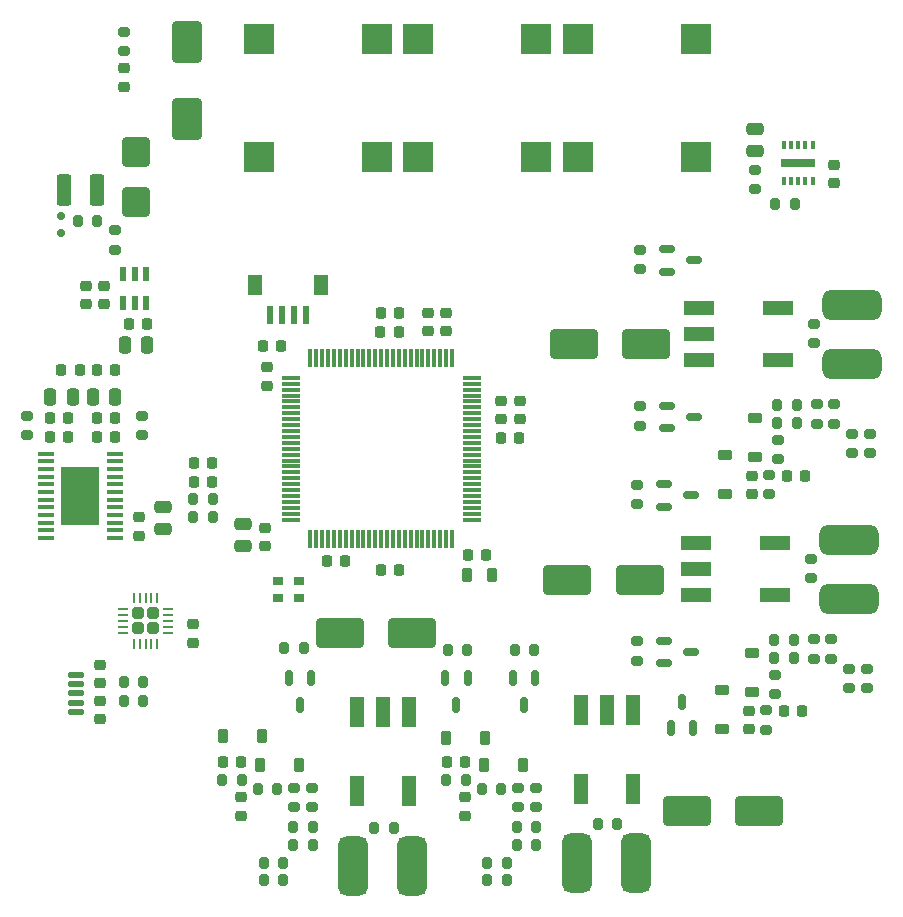
<source format=gbr>
%TF.GenerationSoftware,KiCad,Pcbnew,8.0.3*%
%TF.CreationDate,2024-09-23T16:56:09+02:00*%
%TF.ProjectId,USAN_r0,5553414e-5f72-4302-9e6b-696361645f70,rev?*%
%TF.SameCoordinates,Original*%
%TF.FileFunction,Paste,Top*%
%TF.FilePolarity,Positive*%
%FSLAX46Y46*%
G04 Gerber Fmt 4.6, Leading zero omitted, Abs format (unit mm)*
G04 Created by KiCad (PCBNEW 8.0.3) date 2024-09-23 16:56:09*
%MOMM*%
%LPD*%
G01*
G04 APERTURE LIST*
G04 Aperture macros list*
%AMRoundRect*
0 Rectangle with rounded corners*
0 $1 Rounding radius*
0 $2 $3 $4 $5 $6 $7 $8 $9 X,Y pos of 4 corners*
0 Add a 4 corners polygon primitive as box body*
4,1,4,$2,$3,$4,$5,$6,$7,$8,$9,$2,$3,0*
0 Add four circle primitives for the rounded corners*
1,1,$1+$1,$2,$3*
1,1,$1+$1,$4,$5*
1,1,$1+$1,$6,$7*
1,1,$1+$1,$8,$9*
0 Add four rect primitives between the rounded corners*
20,1,$1+$1,$2,$3,$4,$5,0*
20,1,$1+$1,$4,$5,$6,$7,0*
20,1,$1+$1,$6,$7,$8,$9,0*
20,1,$1+$1,$8,$9,$2,$3,0*%
G04 Aperture macros list end*
%ADD10R,2.500000X2.500000*%
%ADD11R,0.400000X0.700000*%
%ADD12R,3.000000X0.800000*%
%ADD13RoundRect,0.225000X0.225000X0.250000X-0.225000X0.250000X-0.225000X-0.250000X0.225000X-0.250000X0*%
%ADD14RoundRect,0.150000X0.200000X-0.150000X0.200000X0.150000X-0.200000X0.150000X-0.200000X-0.150000X0*%
%ADD15RoundRect,0.150000X-0.150000X0.512500X-0.150000X-0.512500X0.150000X-0.512500X0.150000X0.512500X0*%
%ADD16RoundRect,0.200000X0.275000X-0.200000X0.275000X0.200000X-0.275000X0.200000X-0.275000X-0.200000X0*%
%ADD17RoundRect,0.200000X-0.200000X-0.275000X0.200000X-0.275000X0.200000X0.275000X-0.200000X0.275000X0*%
%ADD18RoundRect,0.225000X-0.225000X-0.250000X0.225000X-0.250000X0.225000X0.250000X-0.225000X0.250000X0*%
%ADD19RoundRect,0.225000X-0.250000X0.225000X-0.250000X-0.225000X0.250000X-0.225000X0.250000X0.225000X0*%
%ADD20RoundRect,0.200000X-0.275000X0.200000X-0.275000X-0.200000X0.275000X-0.200000X0.275000X0.200000X0*%
%ADD21R,1.200000X2.500000*%
%ADD22RoundRect,0.218750X-0.256250X0.218750X-0.256250X-0.218750X0.256250X-0.218750X0.256250X0.218750X0*%
%ADD23RoundRect,0.250000X-0.475000X0.250000X-0.475000X-0.250000X0.475000X-0.250000X0.475000X0.250000X0*%
%ADD24RoundRect,0.225000X-0.225000X-0.375000X0.225000X-0.375000X0.225000X0.375000X-0.225000X0.375000X0*%
%ADD25RoundRect,0.625000X-1.875000X0.625000X-1.875000X-0.625000X1.875000X-0.625000X1.875000X0.625000X0*%
%ADD26R,2.500000X1.200000*%
%ADD27RoundRect,0.225000X0.250000X-0.225000X0.250000X0.225000X-0.250000X0.225000X-0.250000X-0.225000X0*%
%ADD28RoundRect,0.250000X1.750000X1.000000X-1.750000X1.000000X-1.750000X-1.000000X1.750000X-1.000000X0*%
%ADD29RoundRect,0.250000X-1.750000X-1.000000X1.750000X-1.000000X1.750000X1.000000X-1.750000X1.000000X0*%
%ADD30RoundRect,0.218750X-0.218750X-0.256250X0.218750X-0.256250X0.218750X0.256250X-0.218750X0.256250X0*%
%ADD31RoundRect,0.150000X-0.512500X-0.150000X0.512500X-0.150000X0.512500X0.150000X-0.512500X0.150000X0*%
%ADD32RoundRect,0.200000X0.200000X0.275000X-0.200000X0.275000X-0.200000X-0.275000X0.200000X-0.275000X0*%
%ADD33RoundRect,0.225000X0.375000X-0.225000X0.375000X0.225000X-0.375000X0.225000X-0.375000X-0.225000X0*%
%ADD34RoundRect,0.218750X0.218750X0.381250X-0.218750X0.381250X-0.218750X-0.381250X0.218750X-0.381250X0*%
%ADD35RoundRect,0.125000X-0.575000X0.125000X-0.575000X-0.125000X0.575000X-0.125000X0.575000X0.125000X0*%
%ADD36RoundRect,0.250000X-1.000000X1.500000X-1.000000X-1.500000X1.000000X-1.500000X1.000000X1.500000X0*%
%ADD37RoundRect,0.250000X0.250000X0.475000X-0.250000X0.475000X-0.250000X-0.475000X0.250000X-0.475000X0*%
%ADD38R,0.600000X1.200000*%
%ADD39RoundRect,0.625000X0.625000X1.875000X-0.625000X1.875000X-0.625000X-1.875000X0.625000X-1.875000X0*%
%ADD40RoundRect,0.150000X0.150000X-0.512500X0.150000X0.512500X-0.150000X0.512500X-0.150000X-0.512500X0*%
%ADD41RoundRect,0.250000X-0.250000X-0.475000X0.250000X-0.475000X0.250000X0.475000X-0.250000X0.475000X0*%
%ADD42RoundRect,0.250000X0.475000X-0.250000X0.475000X0.250000X-0.475000X0.250000X-0.475000X-0.250000X0*%
%ADD43R,1.475000X0.450000*%
%ADD44R,3.250000X5.020000*%
%ADD45R,0.900000X0.800000*%
%ADD46R,0.600000X1.550000*%
%ADD47R,1.200000X1.800000*%
%ADD48RoundRect,0.250000X-0.255000X-0.255000X0.255000X-0.255000X0.255000X0.255000X-0.255000X0.255000X0*%
%ADD49RoundRect,0.062500X-0.350000X-0.062500X0.350000X-0.062500X0.350000X0.062500X-0.350000X0.062500X0*%
%ADD50RoundRect,0.062500X-0.062500X-0.350000X0.062500X-0.350000X0.062500X0.350000X-0.062500X0.350000X0*%
%ADD51RoundRect,0.250000X-0.900000X1.000000X-0.900000X-1.000000X0.900000X-1.000000X0.900000X1.000000X0*%
%ADD52RoundRect,0.075000X0.075000X-0.725000X0.075000X0.725000X-0.075000X0.725000X-0.075000X-0.725000X0*%
%ADD53RoundRect,0.075000X0.725000X-0.075000X0.725000X0.075000X-0.725000X0.075000X-0.725000X-0.075000X0*%
%ADD54RoundRect,0.250000X-0.375000X-1.075000X0.375000X-1.075000X0.375000X1.075000X-0.375000X1.075000X0*%
G04 APERTURE END LIST*
D10*
%TO.C,V3*%
X98500000Y-52000000D03*
X98500000Y-62000000D03*
X108500000Y-62000000D03*
X108500000Y-52000000D03*
%TD*%
D11*
%TO.C,V_ADJ1*%
X118400000Y-60975000D03*
X117800000Y-60975000D03*
X117200000Y-60975000D03*
X116600000Y-60975000D03*
X116000000Y-60975000D03*
X116000000Y-64025000D03*
X116600000Y-64025000D03*
X117200000Y-64025000D03*
X117800000Y-64025000D03*
X118400000Y-64025000D03*
D12*
X117200000Y-62500000D03*
%TD*%
D13*
%TO.C,C23*%
X62075000Y-76100000D03*
X60525000Y-76100000D03*
%TD*%
D14*
%TO.C,D21*%
X54800000Y-67000000D03*
X54800000Y-68400000D03*
%TD*%
D15*
%TO.C,Q11*%
X94900000Y-106112500D03*
X93000000Y-106112500D03*
X93950000Y-108387500D03*
%TD*%
D16*
%TO.C,R29*%
X114500000Y-110485000D03*
X114500000Y-108835000D03*
%TD*%
D17*
%TO.C,R58*%
X90375001Y-115500000D03*
X92025001Y-115500000D03*
%TD*%
D18*
%TO.C,C19*%
X53800000Y-85700000D03*
X55350000Y-85700000D03*
%TD*%
D19*
%TO.C,C80*%
X72200000Y-79800000D03*
X72200000Y-81350000D03*
%TD*%
D13*
%TO.C,C51*%
X83375000Y-97000000D03*
X81825000Y-97000000D03*
%TD*%
D20*
%TO.C,R62*%
X93450001Y-115425000D03*
X93450001Y-117075000D03*
%TD*%
%TO.C,R32*%
X118250000Y-96010001D03*
X118250000Y-97660001D03*
%TD*%
D16*
%TO.C,R17*%
X121750000Y-87075000D03*
X121750000Y-85425000D03*
%TD*%
D18*
%TO.C,C78*%
X87425001Y-113250000D03*
X88975001Y-113250000D03*
%TD*%
D13*
%TO.C,C84*%
X59375000Y-85700000D03*
X57825000Y-85700000D03*
%TD*%
%TO.C,C32*%
X73400000Y-78000000D03*
X71850000Y-78000000D03*
%TD*%
D16*
%TO.C,R66*%
X60100000Y-53050000D03*
X60100000Y-51400000D03*
%TD*%
D15*
%TO.C,Q7*%
X89200000Y-106112499D03*
X87300000Y-106112499D03*
X88250000Y-108387499D03*
%TD*%
D21*
%TO.C,T3*%
X84250001Y-109000000D03*
X82050001Y-109000000D03*
X79850001Y-109000000D03*
X79850001Y-115700000D03*
X84250001Y-115700000D03*
%TD*%
D18*
%TO.C,C31*%
X92025000Y-85800000D03*
X93575000Y-85800000D03*
%TD*%
D20*
%TO.C,R69*%
X59300000Y-68200000D03*
X59300000Y-69850000D03*
%TD*%
D22*
%TO.C,D20*%
X60100000Y-54500000D03*
X60100000Y-56075000D03*
%TD*%
D16*
%TO.C,R28*%
X123250000Y-87075000D03*
X123250000Y-85425000D03*
%TD*%
D23*
%TO.C,C44*%
X70200000Y-93050000D03*
X70200000Y-94950000D03*
%TD*%
D24*
%TO.C,D14*%
X68450000Y-111000000D03*
X71750000Y-111000000D03*
%TD*%
D16*
%TO.C,R15*%
X118750000Y-84575000D03*
X118750000Y-82925000D03*
%TD*%
D18*
%TO.C,C83*%
X53825000Y-84100000D03*
X55375000Y-84100000D03*
%TD*%
D25*
%TO.C,LS2*%
X121500000Y-94410001D03*
X121500000Y-99410001D03*
%TD*%
D26*
%TO.C,T1*%
X108800000Y-74750000D03*
X108800000Y-76950000D03*
X108800000Y-79150000D03*
X115500000Y-79150000D03*
X115500000Y-74750000D03*
%TD*%
D27*
%TO.C,C29*%
X58062500Y-106575000D03*
X58062500Y-105025000D03*
%TD*%
%TO.C,C79*%
X56900000Y-74475000D03*
X56900000Y-72925000D03*
%TD*%
D17*
%TO.C,R33*%
X115175000Y-102910000D03*
X116825000Y-102910000D03*
%TD*%
D16*
%TO.C,R30*%
X115250000Y-107485000D03*
X115250000Y-105835000D03*
%TD*%
%TO.C,R42*%
X123000000Y-106985000D03*
X123000000Y-105335000D03*
%TD*%
D28*
%TO.C,C48*%
X104300000Y-77800000D03*
X98200000Y-77800000D03*
%TD*%
D17*
%TO.C,R37*%
X74425001Y-118750000D03*
X76075001Y-118750000D03*
%TD*%
D29*
%TO.C,C58*%
X78400000Y-102300000D03*
X84500000Y-102300000D03*
%TD*%
D16*
%TO.C,R16*%
X120250000Y-84575000D03*
X120250000Y-82925000D03*
%TD*%
D30*
%TO.C,D3*%
X66012500Y-89490000D03*
X67587500Y-89490000D03*
%TD*%
D27*
%TO.C,C63*%
X88950001Y-117775000D03*
X88950001Y-116225000D03*
%TD*%
D15*
%TO.C,Q8*%
X75950000Y-106112500D03*
X74050000Y-106112500D03*
X75000000Y-108387500D03*
%TD*%
D17*
%TO.C,R55*%
X90875001Y-121750000D03*
X92525001Y-121750000D03*
%TD*%
D20*
%TO.C,R48*%
X74500001Y-115425000D03*
X74500001Y-117075000D03*
%TD*%
D16*
%TO.C,R2*%
X113500000Y-64750000D03*
X113500000Y-63100000D03*
%TD*%
D31*
%TO.C,Q5*%
X105862500Y-102960001D03*
X105862500Y-104860001D03*
X108137500Y-103910001D03*
%TD*%
D17*
%TO.C,R40*%
X73675000Y-103600000D03*
X75325000Y-103600000D03*
%TD*%
D30*
%TO.C,D2*%
X66012500Y-87900000D03*
X67587500Y-87900000D03*
%TD*%
D17*
%TO.C,R1*%
X115250000Y-66000000D03*
X116900000Y-66000000D03*
%TD*%
D27*
%TO.C,C37*%
X85800000Y-76775000D03*
X85800000Y-75225000D03*
%TD*%
D18*
%TO.C,C43*%
X81825000Y-75200000D03*
X83375000Y-75200000D03*
%TD*%
D19*
%TO.C,C36*%
X92000000Y-82625000D03*
X92000000Y-84175000D03*
%TD*%
D32*
%TO.C,R46*%
X82925000Y-118800000D03*
X81275000Y-118800000D03*
%TD*%
D16*
%TO.C,R20*%
X114750000Y-90575000D03*
X114750000Y-88925000D03*
%TD*%
%TO.C,R21*%
X103500000Y-91410001D03*
X103500000Y-89760001D03*
%TD*%
D18*
%TO.C,C25*%
X54800000Y-80000000D03*
X56350000Y-80000000D03*
%TD*%
%TO.C,C77*%
X68475001Y-113250000D03*
X70025001Y-113250000D03*
%TD*%
D13*
%TO.C,C55*%
X117525000Y-108910000D03*
X115975000Y-108910000D03*
%TD*%
D33*
%TO.C,D7*%
X113500000Y-87400000D03*
X113500000Y-84100000D03*
%TD*%
D17*
%TO.C,R51*%
X93375001Y-118750000D03*
X95025001Y-118750000D03*
%TD*%
D16*
%TO.C,R23*%
X118500000Y-104485000D03*
X118500000Y-102835000D03*
%TD*%
%TO.C,R26*%
X103500001Y-104660001D03*
X103500001Y-103010001D03*
%TD*%
D34*
%TO.C,FB1*%
X91300000Y-97400000D03*
X89175000Y-97400000D03*
%TD*%
D27*
%TO.C,C15*%
X58400000Y-74475000D03*
X58400000Y-72925000D03*
%TD*%
D10*
%TO.C,V12*%
X71500000Y-52000000D03*
X71500000Y-62000000D03*
X81500000Y-62000000D03*
X81500000Y-52000000D03*
%TD*%
D25*
%TO.C,LS1*%
X121750000Y-74500000D03*
X121750000Y-79500000D03*
%TD*%
D17*
%TO.C,R38*%
X74425001Y-120250000D03*
X76075001Y-120250000D03*
%TD*%
D35*
%TO.C,J1*%
X56062500Y-105825000D03*
X56062500Y-106625000D03*
X56062500Y-107425000D03*
X56062500Y-108225000D03*
X56062500Y-109025000D03*
%TD*%
D24*
%TO.C,D19*%
X90550001Y-113500000D03*
X93850001Y-113500000D03*
%TD*%
D17*
%TO.C,R68*%
X56200000Y-67400000D03*
X57850000Y-67400000D03*
%TD*%
D16*
%TO.C,R9*%
X103750000Y-84750000D03*
X103750000Y-83100000D03*
%TD*%
D36*
%TO.C,C14*%
X65400000Y-52300000D03*
X65400000Y-58800000D03*
%TD*%
D10*
%TO.C,V5*%
X85000000Y-52000000D03*
X85000000Y-62000000D03*
X95000000Y-62000000D03*
X95000000Y-52000000D03*
%TD*%
D20*
%TO.C,R71*%
X51900000Y-83900000D03*
X51900000Y-85550000D03*
%TD*%
D31*
%TO.C,Q2*%
X106112500Y-83050000D03*
X106112500Y-84950000D03*
X108387500Y-84000000D03*
%TD*%
D37*
%TO.C,C16*%
X62050000Y-77900000D03*
X60150000Y-77900000D03*
%TD*%
D17*
%TO.C,R41*%
X71925001Y-121750000D03*
X73575001Y-121750000D03*
%TD*%
D18*
%TO.C,C34*%
X77250000Y-96200000D03*
X78800000Y-96200000D03*
%TD*%
D38*
%TO.C,IC4*%
X61950000Y-71900000D03*
X61000000Y-71900000D03*
X60050000Y-71900000D03*
X60050000Y-74400000D03*
X61000000Y-74400000D03*
X61950000Y-74400000D03*
%TD*%
D24*
%TO.C,D15*%
X71600001Y-113500000D03*
X74900001Y-113500000D03*
%TD*%
D27*
%TO.C,C75*%
X113250000Y-90525000D03*
X113250000Y-88975000D03*
%TD*%
D17*
%TO.C,R11*%
X115425000Y-83000000D03*
X117075000Y-83000000D03*
%TD*%
%TO.C,R8*%
X65950000Y-91000000D03*
X67600000Y-91000000D03*
%TD*%
%TO.C,R5*%
X60062500Y-108025000D03*
X61712500Y-108025000D03*
%TD*%
D27*
%TO.C,C68*%
X120200000Y-64200000D03*
X120200000Y-62650000D03*
%TD*%
D21*
%TO.C,T4*%
X103200001Y-108800000D03*
X101000001Y-108800000D03*
X98800001Y-108800000D03*
X98800001Y-115500000D03*
X103200001Y-115500000D03*
%TD*%
D17*
%TO.C,R35*%
X87500000Y-103750000D03*
X89150000Y-103750000D03*
%TD*%
D27*
%TO.C,C21*%
X61400000Y-94050000D03*
X61400000Y-92500000D03*
%TD*%
D17*
%TO.C,R7*%
X65950000Y-92500000D03*
X67600000Y-92500000D03*
%TD*%
D39*
%TO.C,LS4*%
X103450000Y-121750000D03*
X98450000Y-121750000D03*
%TD*%
D33*
%TO.C,D10*%
X110750000Y-110460001D03*
X110750000Y-107160001D03*
%TD*%
D17*
%TO.C,R43*%
X68425001Y-114750000D03*
X70075001Y-114750000D03*
%TD*%
D16*
%TO.C,R19*%
X115500000Y-87575000D03*
X115500000Y-85925000D03*
%TD*%
D40*
%TO.C,Q10*%
X106400000Y-110387500D03*
X108300000Y-110387500D03*
X107350000Y-108112500D03*
%TD*%
D41*
%TO.C,C20*%
X53850000Y-82300000D03*
X55750000Y-82300000D03*
%TD*%
D39*
%TO.C,LS3*%
X84500000Y-122000000D03*
X79500000Y-122000000D03*
%TD*%
D13*
%TO.C,C24*%
X59375000Y-80000000D03*
X57825000Y-80000000D03*
%TD*%
D17*
%TO.C,R52*%
X93375001Y-120250000D03*
X95025001Y-120250000D03*
%TD*%
D19*
%TO.C,C41*%
X72000000Y-93420000D03*
X72000000Y-94970000D03*
%TD*%
D24*
%TO.C,D18*%
X87400000Y-111200000D03*
X90700000Y-111200000D03*
%TD*%
D27*
%TO.C,C39*%
X87400000Y-76775000D03*
X87400000Y-75225000D03*
%TD*%
D17*
%TO.C,R56*%
X71925001Y-123250000D03*
X73575001Y-123250000D03*
%TD*%
D16*
%TO.C,R4*%
X103750000Y-71500000D03*
X103750000Y-69850000D03*
%TD*%
D42*
%TO.C,C28*%
X113500000Y-61500000D03*
X113500000Y-59600000D03*
%TD*%
D17*
%TO.C,R67*%
X90875001Y-123250000D03*
X92525001Y-123250000D03*
%TD*%
D43*
%TO.C,IC3*%
X53462000Y-87125000D03*
X53462000Y-87775000D03*
X53462000Y-88425000D03*
X53462000Y-89075000D03*
X53462000Y-89725000D03*
X53462000Y-90375000D03*
X53462000Y-91025000D03*
X53462000Y-91675000D03*
X53462000Y-92325000D03*
X53462000Y-92975000D03*
X53462000Y-93625000D03*
X53462000Y-94275000D03*
X59338000Y-94275000D03*
X59338000Y-93625000D03*
X59338000Y-92975000D03*
X59338000Y-92325000D03*
X59338000Y-91675000D03*
X59338000Y-91025000D03*
X59338000Y-90375000D03*
X59338000Y-89725000D03*
X59338000Y-89075000D03*
X59338000Y-88425000D03*
X59338000Y-87775000D03*
X59338000Y-87125000D03*
D44*
X56400000Y-90700000D03*
%TD*%
D31*
%TO.C,Q4*%
X105862499Y-89710001D03*
X105862499Y-91610001D03*
X108137499Y-90660001D03*
%TD*%
D17*
%TO.C,R44*%
X71425001Y-115500000D03*
X73075001Y-115500000D03*
%TD*%
D20*
%TO.C,R61*%
X94950001Y-115425000D03*
X94950001Y-117075000D03*
%TD*%
D45*
%TO.C,Y1*%
X73100000Y-99350000D03*
X74950000Y-99350000D03*
X74950000Y-97900000D03*
X73100000Y-97900000D03*
%TD*%
D18*
%TO.C,C40*%
X81800000Y-76800000D03*
X83350000Y-76800000D03*
%TD*%
D17*
%TO.C,R13*%
X115425000Y-84500000D03*
X117075000Y-84500000D03*
%TD*%
D46*
%TO.C,J3*%
X72500000Y-75399000D03*
X73500000Y-75399000D03*
X74500000Y-75399000D03*
X75500000Y-75399000D03*
D47*
X76800000Y-72874000D03*
X71200000Y-72874000D03*
%TD*%
D27*
%TO.C,C59*%
X70000001Y-117775000D03*
X70000001Y-116225000D03*
%TD*%
%TO.C,C26*%
X65962500Y-103125000D03*
X65962500Y-101575000D03*
%TD*%
D48*
%TO.C,U1*%
X61300000Y-100650000D03*
X61300000Y-101900000D03*
X62550000Y-100650000D03*
X62550000Y-101900000D03*
D49*
X59987500Y-100275000D03*
X59987500Y-100775000D03*
X59987500Y-101275000D03*
X59987500Y-101775000D03*
X59987500Y-102275000D03*
D50*
X60925000Y-103212500D03*
X61425000Y-103212500D03*
X61925000Y-103212500D03*
X62425000Y-103212500D03*
X62925000Y-103212500D03*
D49*
X63862500Y-102275000D03*
X63862500Y-101775000D03*
X63862500Y-101275000D03*
X63862500Y-100775000D03*
X63862500Y-100275000D03*
D50*
X62925000Y-99337500D03*
X62425000Y-99337500D03*
X61925000Y-99337500D03*
X61425000Y-99337500D03*
X60925000Y-99337500D03*
%TD*%
D32*
%TO.C,R60*%
X101850000Y-118500000D03*
X100200000Y-118500000D03*
%TD*%
D17*
%TO.C,R34*%
X115175000Y-104410000D03*
X116825000Y-104410000D03*
%TD*%
D33*
%TO.C,D11*%
X113250000Y-107310000D03*
X113250000Y-104010000D03*
%TD*%
D26*
%TO.C,T2*%
X108550000Y-94660000D03*
X108550000Y-96860000D03*
X108550000Y-99060000D03*
X115250000Y-99060000D03*
X115250000Y-94660000D03*
%TD*%
D20*
%TO.C,R70*%
X61600000Y-83900000D03*
X61600000Y-85550000D03*
%TD*%
D16*
%TO.C,R27*%
X121500000Y-106985000D03*
X121500000Y-105335000D03*
%TD*%
D19*
%TO.C,C38*%
X93600000Y-82625000D03*
X93600000Y-84175000D03*
%TD*%
D20*
%TO.C,R47*%
X76000001Y-115425000D03*
X76000001Y-117075000D03*
%TD*%
D51*
%TO.C,D1*%
X61100000Y-61550000D03*
X61100000Y-65850000D03*
%TD*%
D18*
%TO.C,C35*%
X89200000Y-95700000D03*
X90750000Y-95700000D03*
%TD*%
D13*
%TO.C,C18*%
X59375000Y-84100000D03*
X57825000Y-84100000D03*
%TD*%
D19*
%TO.C,C30*%
X58062500Y-108025000D03*
X58062500Y-109575000D03*
%TD*%
D37*
%TO.C,C17*%
X59350000Y-82300000D03*
X57450000Y-82300000D03*
%TD*%
D52*
%TO.C,U2*%
X75875000Y-94375000D03*
X76375000Y-94375000D03*
X76875000Y-94375000D03*
X77375000Y-94375000D03*
X77875000Y-94375000D03*
X78375000Y-94375000D03*
X78875000Y-94375000D03*
X79375000Y-94375000D03*
X79875000Y-94375000D03*
X80375000Y-94375000D03*
X80875000Y-94375000D03*
X81375000Y-94375000D03*
X81875000Y-94375000D03*
X82375000Y-94375000D03*
X82875000Y-94375000D03*
X83375000Y-94375000D03*
X83875000Y-94375000D03*
X84375000Y-94375000D03*
X84875000Y-94375000D03*
X85375000Y-94375000D03*
X85875000Y-94375000D03*
X86375000Y-94375000D03*
X86875000Y-94375000D03*
X87375000Y-94375000D03*
X87875000Y-94375000D03*
D53*
X89550000Y-92700000D03*
X89550000Y-92200000D03*
X89550000Y-91700000D03*
X89550000Y-91200000D03*
X89550000Y-90700000D03*
X89550000Y-90200000D03*
X89550000Y-89700000D03*
X89550000Y-89200000D03*
X89550000Y-88700000D03*
X89550000Y-88200000D03*
X89550000Y-87700000D03*
X89550000Y-87200000D03*
X89550000Y-86700000D03*
X89550000Y-86200000D03*
X89550000Y-85700000D03*
X89550000Y-85200000D03*
X89550000Y-84700000D03*
X89550000Y-84200000D03*
X89550000Y-83700000D03*
X89550000Y-83200000D03*
X89550000Y-82700000D03*
X89550000Y-82200000D03*
X89550000Y-81700000D03*
X89550000Y-81200000D03*
X89550000Y-80700000D03*
D52*
X87875000Y-79025000D03*
X87375000Y-79025000D03*
X86875000Y-79025000D03*
X86375000Y-79025000D03*
X85875000Y-79025000D03*
X85375000Y-79025000D03*
X84875000Y-79025000D03*
X84375000Y-79025000D03*
X83875000Y-79025000D03*
X83375000Y-79025000D03*
X82875000Y-79025000D03*
X82375000Y-79025000D03*
X81875000Y-79025000D03*
X81375000Y-79025000D03*
X80875000Y-79025000D03*
X80375000Y-79025000D03*
X79875000Y-79025000D03*
X79375000Y-79025000D03*
X78875000Y-79025000D03*
X78375000Y-79025000D03*
X77875000Y-79025000D03*
X77375000Y-79025000D03*
X76875000Y-79025000D03*
X76375000Y-79025000D03*
X75875000Y-79025000D03*
D53*
X74200000Y-80700000D03*
X74200000Y-81200000D03*
X74200000Y-81700000D03*
X74200000Y-82200000D03*
X74200000Y-82700000D03*
X74200000Y-83200000D03*
X74200000Y-83700000D03*
X74200000Y-84200000D03*
X74200000Y-84700000D03*
X74200000Y-85200000D03*
X74200000Y-85700000D03*
X74200000Y-86200000D03*
X74200000Y-86700000D03*
X74200000Y-87200000D03*
X74200000Y-87700000D03*
X74200000Y-88200000D03*
X74200000Y-88700000D03*
X74200000Y-89200000D03*
X74200000Y-89700000D03*
X74200000Y-90200000D03*
X74200000Y-90700000D03*
X74200000Y-91200000D03*
X74200000Y-91700000D03*
X74200000Y-92200000D03*
X74200000Y-92700000D03*
%TD*%
D17*
%TO.C,R6*%
X60062500Y-106475000D03*
X61712500Y-106475000D03*
%TD*%
D33*
%TO.C,D6*%
X111000000Y-90550000D03*
X111000000Y-87250000D03*
%TD*%
D17*
%TO.C,R57*%
X87375001Y-114750000D03*
X89025001Y-114750000D03*
%TD*%
D20*
%TO.C,R10*%
X118500000Y-76100000D03*
X118500000Y-77750000D03*
%TD*%
D29*
%TO.C,C62*%
X107800000Y-117400000D03*
X113900000Y-117400000D03*
%TD*%
D28*
%TO.C,C54*%
X103750000Y-97800000D03*
X97650000Y-97800000D03*
%TD*%
D17*
%TO.C,R54*%
X93200000Y-103750001D03*
X94850000Y-103750001D03*
%TD*%
D16*
%TO.C,R24*%
X120000000Y-104485000D03*
X120000000Y-102835000D03*
%TD*%
D54*
%TO.C,F1*%
X55000000Y-64800000D03*
X57800000Y-64800000D03*
%TD*%
D42*
%TO.C,C22*%
X63400000Y-93500000D03*
X63400000Y-91600000D03*
%TD*%
D27*
%TO.C,C76*%
X113000000Y-110435000D03*
X113000000Y-108885000D03*
%TD*%
D13*
%TO.C,C50*%
X117775000Y-89000000D03*
X116225000Y-89000000D03*
%TD*%
D31*
%TO.C,Q1*%
X106112500Y-69800000D03*
X106112500Y-71700000D03*
X108387500Y-70750000D03*
%TD*%
M02*

</source>
